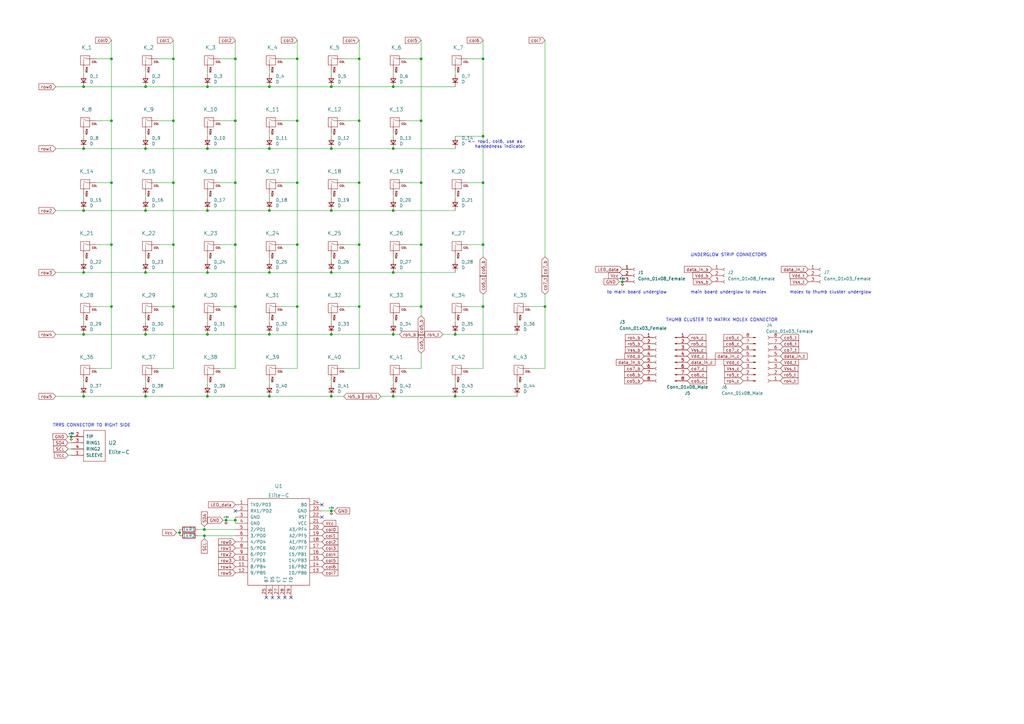
<source format=kicad_sch>
(kicad_sch (version 20211123) (generator eeschema)
  (paper "A3")
  (junction (at 135.89 35.56))
  (junction (at 161.29 60.96))
  (junction (at 147.32 49.53))
  (junction (at 92.71 213.36))
  (junction (at 198.12 24.13))
  (junction (at 59.69 111.76))
  (junction (at 161.29 137.16))
  (junction (at 161.29 35.56))
  (junction (at 85.09 111.76))
  (junction (at 59.69 35.56))
  (junction (at 83.82 219.71))
  (junction (at 96.52 125.73))
  (junction (at 96.52 49.53))
  (junction (at 110.49 111.76))
  (junction (at 96.52 213.36))
  (junction (at 186.69 162.56))
  (junction (at 135.89 162.56))
  (junction (at 83.82 217.17))
  (junction (at 161.29 162.56))
  (junction (at 85.09 86.36))
  (junction (at 121.92 49.53))
  (junction (at 45.72 74.93))
  (junction (at 110.49 35.56))
  (junction (at 161.29 86.36))
  (junction (at 135.89 209.55))
  (junction (at 45.72 125.73))
  (junction (at 71.12 49.53))
  (junction (at 85.09 35.56))
  (junction (at 198.12 55.88))
  (junction (at 121.92 100.33))
  (junction (at 198.12 100.33))
  (junction (at 59.69 86.36))
  (junction (at 186.69 137.16))
  (junction (at 29.21 179.07))
  (junction (at 147.32 125.73))
  (junction (at 110.49 137.16))
  (junction (at 34.29 111.76))
  (junction (at 96.52 74.93))
  (junction (at 45.72 24.13))
  (junction (at 71.12 24.13))
  (junction (at 85.09 60.96))
  (junction (at 223.52 125.73))
  (junction (at 135.89 111.76))
  (junction (at 45.72 49.53))
  (junction (at 45.72 100.33))
  (junction (at 135.89 86.36))
  (junction (at 110.49 86.36))
  (junction (at 135.89 60.96))
  (junction (at 85.09 162.56))
  (junction (at 85.09 137.16))
  (junction (at 34.29 137.16))
  (junction (at 172.72 74.93))
  (junction (at 34.29 162.56))
  (junction (at 59.69 162.56))
  (junction (at 198.12 125.73))
  (junction (at 172.72 24.13))
  (junction (at 96.52 24.13))
  (junction (at 147.32 74.93))
  (junction (at 172.72 49.53))
  (junction (at 71.12 74.93))
  (junction (at 59.69 137.16))
  (junction (at 34.29 60.96))
  (junction (at 147.32 24.13))
  (junction (at 110.49 162.56))
  (junction (at 73.66 218.44))
  (junction (at 135.89 137.16))
  (junction (at 121.92 74.93))
  (junction (at 161.29 111.76))
  (junction (at 34.29 86.36))
  (junction (at 172.72 100.33))
  (junction (at 147.32 100.33))
  (junction (at 198.12 74.93))
  (junction (at 121.92 24.13))
  (junction (at 121.92 125.73))
  (junction (at 96.52 100.33))
  (junction (at 255.27 115.57))
  (junction (at 34.29 35.56))
  (junction (at 71.12 100.33))
  (junction (at 71.12 125.73))
  (junction (at 172.72 125.73))
  (junction (at 59.69 60.96))
  (junction (at 110.49 60.96))
  (no_connect (at 109.22 245.11))
  (no_connect (at 111.76 245.11))
  (no_connect (at 114.3 245.11))
  (no_connect (at 116.84 245.11))
  (no_connect (at 119.38 245.11))
  (no_connect (at 132.08 207.01))
  (no_connect (at 132.08 212.09))
  (no_connect (at 96.52 209.55))
  (wire (pts (xy 59.69 156.21) (xy 59.69 157.48)))
  (wire (pts (xy 64.77 151.13) (xy 71.12 151.13)))
  (wire (pts (xy 59.69 80.01) (xy 59.69 81.28)))
  (wire (pts (xy 34.29 80.01) (xy 34.29 81.28)))
  (wire (pts (xy 71.12 151.13) (xy 71.12 125.73)))
  (wire (pts (xy 71.12 100.33) (xy 71.12 74.93)))
  (wire (pts (xy 147.32 125.73) (xy 147.32 100.33)))
  (wire (pts (xy 166.37 125.73) (xy 172.72 125.73)))
  (wire (pts (xy 161.29 86.36) (xy 186.69 86.36)))
  (wire (pts (xy 59.69 54.61) (xy 59.69 55.88)))
  (wire (pts (xy 198.12 16.51) (xy 198.12 24.13)))
  (wire (pts (xy 110.49 54.61) (xy 110.49 55.88)))
  (wire (pts (xy 96.52 100.33) (xy 96.52 74.93)))
  (wire (pts (xy 186.69 80.01) (xy 186.69 81.28)))
  (wire (pts (xy 161.29 80.01) (xy 161.29 81.28)))
  (wire (pts (xy 45.72 16.51) (xy 45.72 24.13)))
  (wire (pts (xy 161.29 35.56) (xy 186.69 35.56)))
  (wire (pts (xy 166.37 49.53) (xy 172.72 49.53)))
  (wire (pts (xy 198.12 100.33) (xy 198.12 105.41)))
  (wire (pts (xy 147.32 100.33) (xy 147.32 74.93)))
  (wire (pts (xy 198.12 120.65) (xy 198.12 125.73)))
  (wire (pts (xy 161.29 130.81) (xy 161.29 132.08)))
  (wire (pts (xy 90.17 49.53) (xy 96.52 49.53)))
  (wire (pts (xy 83.82 219.71) (xy 83.82 220.98)))
  (wire (pts (xy 72.39 218.44) (xy 73.66 218.44)))
  (wire (pts (xy 140.97 100.33) (xy 147.32 100.33)))
  (wire (pts (xy 34.29 130.81) (xy 34.29 132.08)))
  (wire (pts (xy 39.37 100.33) (xy 45.72 100.33)))
  (wire (pts (xy 64.77 100.33) (xy 71.12 100.33)))
  (wire (pts (xy 161.29 111.76) (xy 186.69 111.76)))
  (wire (pts (xy 27.94 181.61) (xy 29.21 181.61)))
  (wire (pts (xy 135.89 86.36) (xy 161.29 86.36)))
  (wire (pts (xy 115.57 24.13) (xy 121.92 24.13)))
  (wire (pts (xy 163.83 137.16) (xy 161.29 137.16)))
  (wire (pts (xy 71.12 24.13) (xy 71.12 49.53)))
  (wire (pts (xy 223.52 151.13) (xy 223.52 125.73)))
  (wire (pts (xy 83.82 217.17) (xy 96.52 217.17)))
  (wire (pts (xy 85.09 35.56) (xy 110.49 35.56)))
  (wire (pts (xy 90.17 100.33) (xy 96.52 100.33)))
  (wire (pts (xy 45.72 151.13) (xy 45.72 125.73)))
  (wire (pts (xy 186.69 130.81) (xy 186.69 132.08)))
  (wire (pts (xy 59.69 86.36) (xy 85.09 86.36)))
  (wire (pts (xy 140.97 49.53) (xy 147.32 49.53)))
  (wire (pts (xy 85.09 80.01) (xy 85.09 81.28)))
  (wire (pts (xy 115.57 74.93) (xy 121.92 74.93)))
  (wire (pts (xy 135.89 29.21) (xy 135.89 30.48)))
  (wire (pts (xy 161.29 54.61) (xy 161.29 55.88)))
  (wire (pts (xy 110.49 60.96) (xy 135.89 60.96)))
  (wire (pts (xy 96.52 213.36) (xy 96.52 214.63)))
  (wire (pts (xy 110.49 111.76) (xy 135.89 111.76)))
  (wire (pts (xy 71.12 74.93) (xy 71.12 49.53)))
  (wire (pts (xy 110.49 29.21) (xy 110.49 30.48)))
  (wire (pts (xy 161.29 162.56) (xy 186.69 162.56)))
  (wire (pts (xy 81.28 217.17) (xy 83.82 217.17)))
  (wire (pts (xy 34.29 162.56) (xy 59.69 162.56)))
  (wire (pts (xy 217.17 151.13) (xy 223.52 151.13)))
  (wire (pts (xy 172.72 100.33) (xy 172.72 74.93)))
  (wire (pts (xy 92.71 213.36) (xy 96.52 213.36)))
  (wire (pts (xy 172.72 100.33) (xy 172.72 125.73)))
  (wire (pts (xy 161.29 156.21) (xy 161.29 157.48)))
  (wire (pts (xy 135.89 111.76) (xy 161.29 111.76)))
  (wire (pts (xy 121.92 16.51) (xy 121.92 24.13)))
  (wire (pts (xy 147.32 151.13) (xy 147.32 125.73)))
  (wire (pts (xy 186.69 105.41) (xy 186.69 106.68)))
  (wire (pts (xy 147.32 24.13) (xy 147.32 49.53)))
  (wire (pts (xy 166.37 24.13) (xy 172.72 24.13)))
  (wire (pts (xy 110.49 137.16) (xy 135.89 137.16)))
  (wire (pts (xy 198.12 151.13) (xy 198.12 125.73)))
  (wire (pts (xy 34.29 35.56) (xy 59.69 35.56)))
  (wire (pts (xy 198.12 24.13) (xy 198.12 55.88)))
  (wire (pts (xy 22.86 137.16) (xy 34.29 137.16)))
  (wire (pts (xy 34.29 137.16) (xy 59.69 137.16)))
  (wire (pts (xy 64.77 24.13) (xy 71.12 24.13)))
  (wire (pts (xy 34.29 60.96) (xy 59.69 60.96)))
  (wire (pts (xy 81.28 219.71) (xy 83.82 219.71)))
  (wire (pts (xy 73.66 218.44) (xy 73.66 219.71)))
  (wire (pts (xy 198.12 100.33) (xy 198.12 74.93)))
  (wire (pts (xy 121.92 125.73) (xy 121.92 100.33)))
  (wire (pts (xy 186.69 137.16) (xy 212.09 137.16)))
  (wire (pts (xy 172.72 16.51) (xy 172.72 24.13)))
  (wire (pts (xy 115.57 100.33) (xy 121.92 100.33)))
  (wire (pts (xy 135.89 80.01) (xy 135.89 81.28)))
  (wire (pts (xy 39.37 24.13) (xy 45.72 24.13)))
  (wire (pts (xy 39.37 151.13) (xy 45.72 151.13)))
  (wire (pts (xy 59.69 60.96) (xy 85.09 60.96)))
  (wire (pts (xy 85.09 130.81) (xy 85.09 132.08)))
  (wire (pts (xy 34.29 54.61) (xy 34.29 55.88)))
  (wire (pts (xy 110.49 86.36) (xy 135.89 86.36)))
  (wire (pts (xy 140.97 125.73) (xy 147.32 125.73)))
  (wire (pts (xy 115.57 49.53) (xy 121.92 49.53)))
  (wire (pts (xy 217.17 125.73) (xy 223.52 125.73)))
  (wire (pts (xy 64.77 49.53) (xy 71.12 49.53)))
  (wire (pts (xy 212.09 156.21) (xy 212.09 157.48)))
  (wire (pts (xy 172.72 144.78) (xy 172.72 151.13)))
  (wire (pts (xy 172.72 74.93) (xy 172.72 49.53)))
  (wire (pts (xy 191.77 74.93) (xy 198.12 74.93)))
  (wire (pts (xy 85.09 111.76) (xy 110.49 111.76)))
  (wire (pts (xy 39.37 49.53) (xy 45.72 49.53)))
  (wire (pts (xy 140.97 151.13) (xy 147.32 151.13)))
  (wire (pts (xy 191.77 100.33) (xy 198.12 100.33)))
  (wire (pts (xy 27.94 179.07) (xy 29.21 179.07)))
  (wire (pts (xy 85.09 29.21) (xy 85.09 30.48)))
  (wire (pts (xy 135.89 105.41) (xy 135.89 106.68)))
  (wire (pts (xy 27.94 186.69) (xy 29.21 186.69)))
  (wire (pts (xy 45.72 100.33) (xy 45.72 74.93)))
  (wire (pts (xy 39.37 74.93) (xy 45.72 74.93)))
  (wire (pts (xy 135.89 137.16) (xy 161.29 137.16)))
  (wire (pts (xy 172.72 24.13) (xy 172.72 49.53)))
  (wire (pts (xy 137.16 209.55) (xy 135.89 209.55)))
  (wire (pts (xy 110.49 35.56) (xy 135.89 35.56)))
  (wire (pts (xy 166.37 74.93) (xy 172.72 74.93)))
  (wire (pts (xy 254 115.57) (xy 255.27 115.57)))
  (wire (pts (xy 83.82 215.9) (xy 83.82 217.17)))
  (wire (pts (xy 85.09 162.56) (xy 110.49 162.56)))
  (wire (pts (xy 96.52 74.93) (xy 96.52 49.53)))
  (wire (pts (xy 90.17 74.93) (xy 96.52 74.93)))
  (wire (pts (xy 22.86 162.56) (xy 34.29 162.56)))
  (wire (pts (xy 166.37 151.13) (xy 172.72 151.13)))
  (wire (pts (xy 22.86 86.36) (xy 34.29 86.36)))
  (wire (pts (xy 96.52 212.09) (xy 96.52 213.36)))
  (wire (pts (xy 132.08 209.55) (xy 135.89 209.55)))
  (wire (pts (xy 121.92 100.33) (xy 121.92 74.93)))
  (wire (pts (xy 115.57 151.13) (xy 121.92 151.13)))
  (wire (pts (xy 135.89 156.21) (xy 135.89 157.48)))
  (wire (pts (xy 115.57 125.73) (xy 121.92 125.73)))
  (wire (pts (xy 172.72 125.73) (xy 172.72 129.54)))
  (wire (pts (xy 212.09 130.81) (xy 212.09 132.08)))
  (wire (pts (xy 96.52 125.73) (xy 96.52 100.33)))
  (wire (pts (xy 140.97 24.13) (xy 147.32 24.13)))
  (wire (pts (xy 27.94 184.15) (xy 29.21 184.15)))
  (wire (pts (xy 22.86 111.76) (xy 34.29 111.76)))
  (wire (pts (xy 71.12 125.73) (xy 71.12 100.33)))
  (wire (pts (xy 186.69 55.88) (xy 198.12 55.88)))
  (wire (pts (xy 45.72 125.73) (xy 45.72 100.33)))
  (wire (pts (xy 91.44 213.36) (xy 92.71 213.36)))
  (wire (pts (xy 59.69 105.41) (xy 59.69 106.68)))
  (wire (pts (xy 121.92 24.13) (xy 121.92 49.53)))
  (wire (pts (xy 83.82 219.71) (xy 96.52 219.71)))
  (wire (pts (xy 90.17 151.13) (xy 96.52 151.13)))
  (wire (pts (xy 121.92 74.93) (xy 121.92 49.53)))
  (wire (pts (xy 85.09 86.36) (xy 110.49 86.36)))
  (wire (pts (xy 64.77 125.73) (xy 71.12 125.73)))
  (wire (pts (xy 135.89 130.81) (xy 135.89 132.08)))
  (wire (pts (xy 90.17 24.13) (xy 96.52 24.13)))
  (wire (pts (xy 223.52 16.51) (xy 223.52 105.41)))
  (wire (pts (xy 90.17 125.73) (xy 96.52 125.73)))
  (wire (pts (xy 34.29 29.21) (xy 34.29 30.48)))
  (wire (pts (xy 85.09 137.16) (xy 110.49 137.16)))
  (wire (pts (xy 96.52 24.13) (xy 96.52 49.53)))
  (wire (pts (xy 45.72 74.93) (xy 45.72 49.53)))
  (wire (pts (xy 191.77 125.73) (xy 198.12 125.73)))
  (wire (pts (xy 147.32 74.93) (xy 147.32 49.53)))
  (wire (pts (xy 64.77 74.93) (xy 71.12 74.93)))
  (wire (pts (xy 121.92 151.13) (xy 121.92 125.73)))
  (wire (pts (xy 59.69 162.56) (xy 85.09 162.56)))
  (wire (pts (xy 34.29 111.76) (xy 59.69 111.76)))
  (wire (pts (xy 147.32 16.51) (xy 147.32 24.13)))
  (wire (pts (xy 140.97 74.93) (xy 147.32 74.93)))
  (wire (pts (xy 73.66 217.17) (xy 73.66 218.44)))
  (wire (pts (xy 110.49 105.41) (xy 110.49 106.68)))
  (wire (pts (xy 34.29 105.41) (xy 34.29 106.68)))
  (wire (pts (xy 85.09 156.21) (xy 85.09 157.48)))
  (wire (pts (xy 96.52 151.13) (xy 96.52 125.73)))
  (wire (pts (xy 85.09 60.96) (xy 110.49 60.96)))
  (wire (pts (xy 39.37 125.73) (xy 45.72 125.73)))
  (wire (pts (xy 96.52 16.51) (xy 96.52 24.13)))
  (wire (pts (xy 110.49 156.21) (xy 110.49 157.48)))
  (wire (pts (xy 161.29 105.41) (xy 161.29 106.68)))
  (wire (pts (xy 135.89 162.56) (xy 140.97 162.56)))
  (wire (pts (xy 85.09 105.41) (xy 85.09 106.68)))
  (wire (pts (xy 166.37 100.33) (xy 172.72 100.33)))
  (wire (pts (xy 191.77 24.13) (xy 198.12 24.13)))
  (wire (pts (xy 186.69 29.21) (xy 186.69 30.48)))
  (wire (pts (xy 186.69 156.21) (xy 186.69 157.48)))
  (wire (pts (xy 135.89 54.61) (xy 135.89 55.88)))
  (wire (pts (xy 110.49 162.56) (xy 135.89 162.56)))
  (wire (pts (xy 59.69 111.76) (xy 85.09 111.76)))
  (wire (pts (xy 85.09 54.61) (xy 85.09 55.88)))
  (wire (pts (xy 34.29 156.21) (xy 34.29 157.48)))
  (wire (pts (xy 22.86 35.56) (xy 34.29 35.56)))
  (wire (pts (xy 110.49 80.01) (xy 110.49 81.28)))
  (wire (pts (xy 59.69 29.21) (xy 59.69 30.48)))
  (wire (pts (xy 110.49 130.81) (xy 110.49 132.08)))
  (wire (pts (xy 59.69 35.56) (xy 85.09 35.56)))
  (wire (pts (xy 135.89 60.96) (xy 161.29 60.96)))
  (wire (pts (xy 223.52 120.65) (xy 223.52 125.73)))
  (wire (pts (xy 59.69 137.16) (xy 85.09 137.16)))
  (wire (pts (xy 135.89 35.56) (xy 161.29 35.56)))
  (wire (pts (xy 198.12 55.88) (xy 198.12 74.93)))
  (wire (pts (xy 156.21 162.56) (xy 161.29 162.56)))
  (wire (pts (xy 59.69 130.81) (xy 59.69 132.08)))
  (wire (pts (xy 181.61 137.16) (xy 186.69 137.16)))
  (wire (pts (xy 22.86 60.96) (xy 34.29 60.96)))
  (wire (pts (xy 34.29 86.36) (xy 59.69 86.36)))
  (wire (pts (xy 186.69 162.56) (xy 212.09 162.56)))
  (wire (pts (xy 191.77 151.13) (xy 198.12 151.13)))
  (wire (pts (xy 161.29 29.21) (xy 161.29 30.48)))
  (wire (pts (xy 45.72 24.13) (xy 45.72 49.53)))
  (wire (pts (xy 71.12 16.51) (xy 71.12 24.13)))
  (wire (pts (xy 161.29 60.96) (xy 186.69 60.96)))
  (text "to main board underglow" (at 248.92 120.65 0) (effects (font (size 1.27 1.27)) (justify left bottom)))
  (text "molex to thumb cluster underglow" (at 323.85 120.65 0) (effects (font (size 1.27 1.27)) (justify left bottom)))
  (text "<- row1, col6, use as \n   handedness indicator" (at 191.77 60.96 0) (effects (font (size 1.27 1.27)) (justify left bottom)))
  (text "THUMB CLUSTER TO MATRIX MOLEX CONNECTOR" (at 273.05 132.08 0) (effects (font (size 1.27 1.27)) (justify left bottom)))
  (text "TRRS CONNECTOR TO RIGHT SIDE\n" (at 21.59 175.26 0) (effects (font (size 1.27 1.27)) (justify left bottom)))
  (text "UNDERGLOW STRIP CONNECTORS" (at 283.21 105.41 0) (effects (font (size 1.27 1.27)) (justify left bottom)))
  (text "main board underglow to molex" (at 283.21 120.65 0) (effects (font (size 1.27 1.27)) (justify left bottom)))
  (global_label "ro4_t" (shape input) (at 181.61 137.16 180) (property "Intersheet References" "${INTERSHEET_REFS}" (effects hide)))
  (global_label "LED_data" (shape input) (at 96.52 207.01 180) (property "Intersheet References" "${INTERSHEET_REFS}" (effects hide)))
  (global_label "Vdd_t" (shape input) (at 320.04 148.59 0) (property "Intersheet References" "${INTERSHEET_REFS}" (effects hide)))
  (global_label "co5_c" (shape input) (at 304.8 138.43 180) (property "Intersheet References" "${INTERSHEET_REFS}" (effects hide)))
  (global_label "col3" (shape input) (at 132.08 224.79 0) (property "Intersheet References" "${INTERSHEET_REFS}" (effects hide)))
  (global_label "ro5_b" (shape input) (at 140.97 162.56 0) (property "Intersheet References" "${INTERSHEET_REFS}" (effects hide)))
  (global_label "co6_t" (shape input) (at 320.04 140.97 0) (property "Intersheet References" "${INTERSHEET_REFS}" (effects hide)))
  (global_label "co7_t" (shape input) (at 223.52 120.65 90) (property "Intersheet References" "${INTERSHEET_REFS}" (effects hide)))
  (global_label "co7_t" (shape input) (at 320.04 143.51 0) (property "Intersheet References" "${INTERSHEET_REFS}" (effects hide)))
  (global_label "Vcc" (shape input) (at 27.94 186.69 180) (property "Intersheet References" "${INTERSHEET_REFS}" (effects hide)))
  (global_label "LED_data" (shape input) (at 255.27 110.49 180) (property "Intersheet References" "${INTERSHEET_REFS}" (effects hide)))
  (global_label "Vdd_b" (shape input) (at 264.16 146.05 180) (property "Intersheet References" "${INTERSHEET_REFS}" (effects hide)))
  (global_label "Vcc" (shape input) (at 72.39 218.44 180) (property "Intersheet References" "${INTERSHEET_REFS}" (effects hide)))
  (global_label "col4" (shape input) (at 132.08 227.33 0) (property "Intersheet References" "${INTERSHEET_REFS}" (effects hide)))
  (global_label "co7_b" (shape input) (at 264.16 151.13 180) (property "Intersheet References" "${INTERSHEET_REFS}" (effects hide)))
  (global_label "col6" (shape input) (at 198.12 16.51 180) (property "Intersheet References" "${INTERSHEET_REFS}" (effects hide)))
  (global_label "co5_t" (shape input) (at 320.04 138.43 0) (property "Intersheet References" "${INTERSHEET_REFS}" (effects hide)))
  (global_label "row3" (shape input) (at 96.52 229.87 180) (property "Intersheet References" "${INTERSHEET_REFS}" (effects hide)))
  (global_label "Vss_c" (shape input) (at 281.94 143.51 0) (property "Intersheet References" "${INTERSHEET_REFS}" (effects hide)))
  (global_label "GND" (shape input) (at 27.94 179.07 180) (property "Intersheet References" "${INTERSHEET_REFS}" (effects hide)))
  (global_label "ro4_b" (shape input) (at 264.16 138.43 180) (property "Intersheet References" "${INTERSHEET_REFS}" (effects hide)))
  (global_label "Vcc" (shape input) (at 132.08 214.63 0) (property "Intersheet References" "${INTERSHEET_REFS}" (effects hide)))
  (global_label "Vdd_c" (shape input) (at 281.94 146.05 0) (property "Intersheet References" "${INTERSHEET_REFS}" (effects hide)))
  (global_label "Vdd_b" (shape input) (at 292.1 113.03 180) (property "Intersheet References" "${INTERSHEET_REFS}" (effects hide)))
  (global_label "ro4_b" (shape input) (at 163.83 137.16 0) (property "Intersheet References" "${INTERSHEET_REFS}" (effects hide)))
  (global_label "co5_c" (shape input) (at 281.94 156.21 0) (property "Intersheet References" "${INTERSHEET_REFS}" (effects hide)))
  (global_label "ro5_c" (shape input) (at 304.8 153.67 180) (property "Intersheet References" "${INTERSHEET_REFS}" (effects hide)))
  (global_label "ro4_c" (shape input) (at 281.94 138.43 0) (property "Intersheet References" "${INTERSHEET_REFS}" (effects hide)))
  (global_label "co7_c" (shape input) (at 281.94 151.13 0) (property "Intersheet References" "${INTERSHEET_REFS}" (effects hide)))
  (global_label "row2" (shape input) (at 96.52 227.33 180) (property "Intersheet References" "${INTERSHEET_REFS}" (effects hide)))
  (global_label "Vss_b" (shape input) (at 292.1 115.57 180) (property "Intersheet References" "${INTERSHEET_REFS}" (effects hide)))
  (global_label "col7" (shape input) (at 132.08 234.95 0) (property "Intersheet References" "${INTERSHEET_REFS}" (effects hide)))
  (global_label "co6_b" (shape input) (at 198.12 105.41 270) (property "Intersheet References" "${INTERSHEET_REFS}" (effects hide)))
  (global_label "col0" (shape input) (at 132.08 217.17 0) (property "Intersheet References" "${INTERSHEET_REFS}" (effects hide)))
  (global_label "ro5_t" (shape input) (at 156.21 162.56 180) (property "Intersheet References" "${INTERSHEET_REFS}" (effects hide)))
  (global_label "col5" (shape input) (at 172.72 16.51 180) (property "Intersheet References" "${INTERSHEET_REFS}" (effects hide)))
  (global_label "SDA" (shape input) (at 83.82 215.9 90) (property "Intersheet References" "${INTERSHEET_REFS}" (effects hide)))
  (global_label "row0" (shape input) (at 22.86 35.56 180) (property "Intersheet References" "${INTERSHEET_REFS}" (effects hide)))
  (global_label "co5_b" (shape input) (at 172.72 129.54 270) (property "Intersheet References" "${INTERSHEET_REFS}" (effects hide)))
  (global_label "SDA" (shape input) (at 27.94 181.61 180) (property "Intersheet References" "${INTERSHEET_REFS}" (effects hide)))
  (global_label "Vss_b" (shape input) (at 264.16 143.51 180) (property "Intersheet References" "${INTERSHEET_REFS}" (effects hide)))
  (global_label "col6" (shape input) (at 132.08 232.41 0) (property "Intersheet References" "${INTERSHEET_REFS}" (effects hide)))
  (global_label "col7" (shape input) (at 223.52 16.51 180) (property "Intersheet References" "${INTERSHEET_REFS}" (effects hide)))
  (global_label "Vss_t" (shape input) (at 331.47 115.57 180) (property "Intersheet References" "${INTERSHEET_REFS}" (effects hide)))
  (global_label "data_in_t" (shape input) (at 320.04 146.05 0) (property "Intersheet References" "${INTERSHEET_REFS}" (effects hide)))
  (global_label "row1" (shape input) (at 22.86 60.96 180) (property "Intersheet References" "${INTERSHEET_REFS}" (effects hide)))
  (global_label "col0" (shape input) (at 45.72 16.51 180) (property "Intersheet References" "${INTERSHEET_REFS}" (effects hide)))
  (global_label "co6_c" (shape input) (at 304.8 140.97 180) (property "Intersheet References" "${INTERSHEET_REFS}" (effects hide)))
  (global_label "ro5_c" (shape input) (at 281.94 140.97 0) (property "Intersheet References" "${INTERSHEET_REFS}" (effects hide)))
  (global_label "data_in_b" (shape input) (at 292.1 110.49 180) (property "Intersheet References" "${INTERSHEET_REFS}" (effects hide)))
  (global_label "co6_t" (shape input) (at 198.12 120.65 90) (property "Intersheet References" "${INTERSHEET_REFS}" (effects hide)))
  (global_label "row1" (shape input) (at 96.52 224.79 180) (property "Intersheet References" "${INTERSHEET_REFS}" (effects hide)))
  (global_label "co6_b" (shape input) (at 264.16 153.67 180) (property "Intersheet References" "${INTERSHEET_REFS}" (effects hide)))
  (global_label "row5" (shape input) (at 96.52 234.95 180) (property "Intersheet References" "${INTERSHEET_REFS}" (effects hide)))
  (global_label "GND" (shape input) (at 137.16 209.55 0) (property "Intersheet References" "${INTERSHEET_REFS}" (effects hide)))
  (global_label "col4" (shape input) (at 147.32 16.51 180) (property "Intersheet References" "${INTERSHEET_REFS}" (effects hide)))
  (global_label "Vcc" (shape input) (at 255.27 113.03 180) (property "Intersheet References" "${INTERSHEET_REFS}" (effects hide)))
  (global_label "col2" (shape input) (at 132.08 222.25 0) (property "Intersheet References" "${INTERSHEET_REFS}" (effects hide)))
  (global_label "data_in_c" (shape input) (at 281.94 148.59 0) (property "Intersheet References" "${INTERSHEET_REFS}" (effects hide)))
  (global_label "co6_c" (shape input) (at 281.94 153.67 0) (property "Intersheet References" "${INTERSHEET_REFS}" (effects hide)))
  (global_label "ro4_t" (shape input) (at 320.04 156.21 0) (property "Intersheet References" "${INTERSHEET_REFS}" (effects hide)))
  (global_label "co5_b" (shape input) (at 264.16 156.21 180) (property "Intersheet References" "${INTERSHEET_REFS}" (effects hide)))
  (global_label "ro4_c" (shape input) (at 304.8 156.21 180) (property "Intersheet References" "${INTERSHEET_REFS}" (effects hide)))
  (global_label "Vss_t" (shape input) (at 320.04 151.13 0) (property "Intersheet References" "${INTERSHEET_REFS}" (effects hide)))
  (global_label "Vdd_t" (shape input) (at 331.47 113.03 180) (property "Intersheet References" "${INTERSHEET_REFS}" (effects hide)))
  (global_label "data_in_t" (shape input) (at 331.47 110.49 180) (property "Intersheet References" "${INTERSHEET_REFS}" (effects hide)))
  (global_label "row0" (shape input) (at 96.52 222.25 180) (property "Intersheet References" "${INTERSHEET_REFS}" (effects hide)))
  (global_label "row2" (shape input) (at 22.86 86.36 180) (property "Intersheet References" "${INTERSHEET_REFS}" (effects hide)))
  (global_label "row4" (shape input) (at 22.86 137.16 180) (property "Intersheet References" "${INTERSHEET_REFS}" (effects hide)))
  (global_label "GND" (shape input) (at 91.44 213.36 180) (property "Intersheet References" "${INTERSHEET_REFS}" (effects hide)))
  (global_label "col3" (shape input) (at 121.92 16.51 180) (property "Intersheet References" "${INTERSHEET_REFS}" (effects hide)))
  (global_label "co5_t" (shape input) (at 172.72 144.78 90) (property "Intersheet References" "${INTERSHEET_REFS}" (effects hide)))
  (global_label "data_in_b" (shape input) (at 264.16 148.59 180) (property "Intersheet References" "${INTERSHEET_REFS}" (effects hide)))
  (global_label "col5" (shape input) (at 132.08 229.87 0) (property "Intersheet References" "${INTERSHEET_REFS}" (effects hide)))
  (global_label "data_in_c" (shape input) (at 304.8 146.05 180) (property "Intersheet References" "${INTERSHEET_REFS}" (effects hide)))
  (global_label "co7_b" (shape input) (at 223.52 105.41 270) (property "Intersheet References" "${INTERSHEET_REFS}" (effects hide)))
  (global_label "SCL" (shape input) (at 83.82 220.98 270) (property "Intersheet References" "${INTERSHEET_REFS}" (effects hide)))
  (global_label "col2" (shape input) (at 96.52 16.51 180) (property "Intersheet References" "${INTERSHEET_REFS}" (effects hide)))
  (global_label "col1" (shape input) (at 132.08 219.71 0) (property "Intersheet References" "${INTERSHEET_REFS}" (effects hide)))
  (global_label "row5" (shape input) (at 22.86 162.56 180) (property "Intersheet References" "${INTERSHEET_REFS}" (effects hide)))
  (global_label "ro5_b" (shape input) (at 264.16 140.97 180) (property "Intersheet References" "${INTERSHEET_REFS}" (effects hide)))
  (global_label "row4" (shape input) (at 96.52 232.41 180) (property "Intersheet References" "${INTERSHEET_REFS}" (effects hide)))
  (global_label "row3" (shape input) (at 22.86 111.76 180) (property "Intersheet References" "${INTERSHEET_REFS}" (effects hide)))
  (global_label "Vss_c" (shape input) (at 304.8 151.13 180) (property "Intersheet References" "${INTERSHEET_REFS}" (effects hide)))
  (global_label "GND" (shape input) (at 254 115.57 180) (property "Intersheet References" "${INTERSHEET_REFS}" (effects hide)))
  (global_label "co7_c" (shape input) (at 304.8 143.51 180) (property "Intersheet References" "${INTERSHEET_REFS}" (effects hide)))
  (global_label "col1" (shape input) (at 71.12 16.51 180) (property "Intersheet References" "${INTERSHEET_REFS}" (effects hide)))
  (global_label "SCL" (shape input) (at 27.94 184.15 180) (property "Intersheet References" "${INTERSHEET_REFS}" (effects hide)))
  (global_label "ro5_t" (shape input) (at 320.04 153.67 0) (property "Intersheet References" "${INTERSHEET_REFS}" (effects hide)))
  (global_label "Vdd_c" (shape input) (at 304.8 148.59 180) (property "Intersheet References" "${INTERSHEET_REFS}" (effects hide)))
  (symbol (lib_id "MX_Alps_Hybrid:MX-NoLED") (at 35.56 152.4 0) (unit 1)
    (property "Reference" "K_36" (at 35.56 146.4818 0) (effects (font (size 1.524 1.524))))
    (property "Value" "KEYSW" (effects hide))
    (property "Footprint" "MX_Only:MXOnly-1U-Hotswap" (effects hide))
  )
  (symbol (lib_id "Device:D_Small") (at 186.69 33.02 90) (unit 1)
    (property "Reference" "D_7" (at 189.23 31.242 90) (effects (justify right)))
    (property "Value" "D" (at 189.23 33.528 90) (effects (justify right)))
    (property "Footprint" "Diode_SMD:D_SOD-123" (effects hide))
  )
  (symbol (lib_id "Device:D_Small") (at 186.69 109.22 90) (unit 1)
    (property "Reference" "D_28" (at 189.23 107.442 90) (effects (justify right)))
    (property "Value" "D" (at 189.23 109.728 90) (effects (justify right)))
    (property "Footprint" "Diode_SMD:D_SOD-123" (effects hide))
  )
  (symbol (lib_id "Device:D_Small") (at 59.69 109.22 90) (unit 1)
    (property "Reference" "D_23" (at 62.23 107.442 90) (effects (justify right)))
    (property "Value" "D" (at 62.23 109.728 90) (effects (justify right)))
    (property "Footprint" "Diode_SMD:D_SOD-123" (effects hide))
  )
  (symbol (lib_id "Device:D_Small") (at 59.69 33.02 90) (unit 1)
    (property "Reference" "D_2" (at 62.23 31.242 90) (effects (justify right)))
    (property "Value" "D" (at 62.23 33.528 90) (effects (justify right)))
    (property "Footprint" "Diode_SMD:D_SOD-123" (effects hide))
  )
  (symbol (lib_id "Device:D_Small") (at 212.09 134.62 90) (unit 1)
    (property "Reference" "D_36" (at 214.63 132.842 90) (effects (justify right)))
    (property "Value" "D" (at 214.63 135.128 90) (effects (justify right)))
    (property "Footprint" "Diode_SMD:D_SOD-123" (effects hide))
  )
  (symbol (lib_id "keebio:TRRS") (at 38.1 189.23 0) (unit 1)
    (property "Reference" "U2" (at 44.45 181.61 0) (effects (font (size 1.524 1.524)) (justify left)))
    (property "Value" "Elite-C" (at 44.45 185.42 0) (effects (font (size 1.524 1.524)) (justify left)))
    (property "Footprint" "Keebio-Parts:Elite-C" (effects hide))
  )
  (symbol (lib_id "Connector:Conn_01x08_Male") (at 276.86 146.05 0) (unit 1)
    (property "Reference" "J5" (at 281.94 161.29 0))
    (property "Value" "Conn_01x08_Male" (at 281.94 158.75 0))
  )
  (symbol (lib_id "Device:D_Small") (at 135.89 58.42 90) (unit 1)
    (property "Reference" "D_12" (at 138.43 56.642 90) (effects (justify right)))
    (property "Value" "D" (at 138.43 58.928 90) (effects (justify right)))
    (property "Footprint" "Diode_SMD:D_SOD-123" (effects hide))
  )
  (symbol (lib_id "Device:D_Small") (at 110.49 134.62 90) (unit 1)
    (property "Reference" "D_32" (at 113.03 132.842 90) (effects (justify right)))
    (property "Value" "D" (at 113.03 135.128 90) (effects (justify right)))
    (property "Footprint" "Diode_SMD:D_SOD-123" (effects hide))
  )
  (symbol (lib_id "MX_Alps_Hybrid:MX-NoLED") (at 137.16 25.4 0) (unit 1)
    (property "Reference" "K_5" (at 137.16 19.4818 0) (effects (font (size 1.524 1.524))))
    (property "Value" "KEYSW" (effects hide))
    (property "Footprint" "MX_Only:MXOnly-1U-Hotswap" (effects hide))
  )
  (symbol (lib_id "MX_Alps_Hybrid:MX-NoLED") (at 137.16 76.2 0) (unit 1)
    (property "Reference" "K_18" (at 137.16 70.2818 0) (effects (font (size 1.524 1.524))))
    (property "Value" "KEYSW" (effects hide))
    (property "Footprint" "MX_Only:MXOnly-1.5U-Hotswap" (effects hide))
  )
  (symbol (lib_id "Device:D_Small") (at 85.09 83.82 90) (unit 1)
    (property "Reference" "D_17" (at 87.63 82.042 90) (effects (justify right)))
    (property "Value" "D" (at 87.63 84.328 90) (effects (justify right)))
    (property "Footprint" "Diode_SMD:D_SOD-123" (effects hide))
  )
  (symbol (lib_id "MX_Alps_Hybrid:MX-NoLED") (at 35.56 50.8 0) (unit 1)
    (property "Reference" "K_8" (at 35.56 44.8818 0) (effects (font (size 1.524 1.524))))
    (property "Value" "KEYSW" (effects hide))
    (property "Footprint" "MX_Only:MXOnly-1U-Hotswap" (effects hide))
  )
  (symbol (lib_id "MX_Alps_Hybrid:MX-NoLED") (at 60.96 152.4 0) (unit 1)
    (property "Reference" "K_37" (at 60.96 146.4818 0) (effects (font (size 1.524 1.524))))
    (property "Value" "KEYSW" (effects hide))
    (property "Footprint" "MX_Only:MXOnly-1U-Hotswap" (effects hide))
  )
  (symbol (lib_id "Device:D_Small") (at 34.29 109.22 90) (unit 1)
    (property "Reference" "D_22" (at 36.83 107.442 90) (effects (justify right)))
    (property "Value" "D" (at 36.83 109.728 90) (effects (justify right)))
    (property "Footprint" "Diode_SMD:D_SOD-123" (effects hide))
  )
  (symbol (lib_id "Device:D_Small") (at 135.89 134.62 90) (unit 1)
    (property "Reference" "D_33" (at 138.43 132.842 90) (effects (justify right)))
    (property "Value" "D" (at 138.43 135.128 90) (effects (justify right)))
    (property "Footprint" "Diode_SMD:D_SOD-123" (effects hide))
  )
  (symbol (lib_id "Device:D_Small") (at 34.29 58.42 90) (unit 1)
    (property "Reference" "D_8" (at 36.83 56.642 90) (effects (justify right)))
    (property "Value" "D" (at 36.83 58.928 90) (effects (justify right)))
    (property "Footprint" "Diode_SMD:D_SOD-123" (effects hide))
  )
  (symbol (lib_id "Device:D_Small") (at 161.29 109.22 90) (unit 1)
    (property "Reference" "D_27" (at 163.83 107.442 90) (effects (justify right)))
    (property "Value" "D" (at 163.83 109.728 90) (effects (justify right)))
    (property "Footprint" "Diode_SMD:D_SOD-123" (effects hide))
  )
  (symbol (lib_id "MX_Alps_Hybrid:MX-NoLED") (at 60.96 25.4 0) (unit 1)
    (property "Reference" "K_2" (at 60.96 19.4818 0) (effects (font (size 1.524 1.524))))
    (property "Value" "KEYSW" (effects hide))
    (property "Footprint" "MX_Only:MXOnly-1U-Hotswap" (effects hide))
  )
  (symbol (lib_id "MX_Alps_Hybrid:MX-NoLED") (at 162.56 50.8 0) (unit 1)
    (property "Reference" "K_13" (at 162.56 44.8818 0) (effects (font (size 1.524 1.524))))
    (property "Value" "KEYSW" (effects hide))
    (property "Footprint" "MX_Only:MXOnly-1U-Hotswap" (effects hide))
  )
  (symbol (lib_id "MX_Alps_Hybrid:MX-NoLED") (at 187.96 101.6 0) (unit 1)
    (property "Reference" "K_27" (at 187.96 95.6818 0) (effects (font (size 1.524 1.524))))
    (property "Value" "KEYSW" (effects hide))
    (property "Footprint" "MX_Only:MXOnly-1U-Hotswap" (effects hide))
  )
  (symbol (lib_id "MX_Alps_Hybrid:MX-NoLED") (at 35.56 76.2 0) (unit 1)
    (property "Reference" "K_14" (at 35.56 70.2818 0) (effects (font (size 1.524 1.524))))
    (property "Value" "KEYSW" (effects hide))
    (property "Footprint" "MX_Only:MXOnly-1U-Hotswap" (effects hide))
  )
  (symbol (lib_id "Device:D_Small") (at 186.69 134.62 90) (unit 1)
    (property "Reference" "D_35" (at 189.23 132.842 90) (effects (justify right)))
    (property "Value" "D" (at 189.23 135.128 90) (effects (justify right)))
    (property "Footprint" "Diode_SMD:D_SOD-123" (effects hide))
  )
  (symbol (lib_id "Device:D_Small") (at 186.69 58.42 90) (unit 1)
    (property "Reference" "D_14" (at 189.23 56.642 90) (effects (justify right)))
    (property "Value" "D" (at 189.23 58.928 90) (effects (justify right)))
    (property "Footprint" "Diode_SMD:D_SOD-123" (effects hide))
  )
  (symbol (lib_id "MX_Alps_Hybrid:MX-NoLED") (at 60.96 50.8 0) (unit 1)
    (property "Reference" "K_9" (at 60.96 44.8818 0) (effects (font (size 1.524 1.524))))
    (property "Value" "KEYSW" (effects hide))
    (property "Footprint" "MX_Only:MXOnly-1U-Hotswap" (effects hide))
  )
  (symbol (lib_id "MX_Alps_Hybrid:MX-NoLED") (at 162.56 127 0) (unit 1)
    (property "Reference" "K_33" (at 162.56 121.0818 0) (effects (font (size 1.524 1.524))))
    (property "Value" "KEYSW" (effects hide))
    (property "Footprint" "MX_Only:MXOnly-1U-Hotswap" (effects hide))
  )
  (symbol (lib_id "MX_Alps_Hybrid:MX-NoLED") (at 111.76 25.4 0) (unit 1)
    (property "Reference" "K_4" (at 111.76 19.4818 0) (effects (font (size 1.524 1.524))))
    (property "Value" "KEYSW" (effects hide))
    (property "Footprint" "MX_Only:MXOnly-1U-Hotswap" (effects hide))
  )
  (symbol (lib_id "Connector:Conn_01x03_Female") (at 297.18 113.03 0) (unit 1)
    (property "Reference" "J2" (at 298.45 111.7599 0) (effects (justify left)))
    (property "Value" "Conn_01x08_Female" (at 298.45 114.2999 0) (effects (justify left)))
    (property "Footprint" "Connector_Molex:Molex_Pico-Clasp_202396-0807_1x08-1MP_P1.00mm_Horizontal" (effects hide))
  )
  (symbol (lib_id "MX_Alps_Hybrid:MX-NoLED") (at 86.36 152.4 0) (unit 1)
    (property "Reference" "K_38" (at 86.36 146.4818 0) (effects (font (size 1.524 1.524))))
    (property "Value" "KEYSW" (effects hide))
    (property "Footprint" "MX_Only:MXOnly-2U-Hotswap" (effects hide))
  )
  (symbol (lib_id "Device:D_Small") (at 34.29 83.82 90) (unit 1)
    (property "Reference" "D_15" (at 36.83 82.042 90) (effects (justify right)))
    (property "Value" "D" (at 36.83 84.328 90) (effects (justify right)))
    (property "Footprint" "Diode_SMD:D_SOD-123" (effects hide))
  )
  (symbol (lib_id "keebio:Elite-C") (at 114.3 220.98 0) (unit 1)
    (property "Reference" "U1" (at 114.3 199.39 0) (effects (font (size 1.524 1.524))))
    (property "Value" "Elite-C" (at 114.3 203.2 0) (effects (font (size 1.524 1.524))))
    (property "Footprint" "Keebio-Parts:Elite-C" (effects hide))
  )
  (symbol (lib_id "Device:D_Small") (at 34.29 134.62 90) (unit 1)
    (property "Reference" "D_29" (at 36.83 132.842 90) (effects (justify right)))
    (property "Value" "D" (at 36.83 135.128 90) (effects (justify right)))
    (property "Footprint" "Diode_SMD:D_SOD-123" (effects hide))
  )
  (symbol (lib_id "MX_Alps_Hybrid:MX-NoLED") (at 162.56 101.6 0) (unit 1)
    (property "Reference" "K_26" (at 162.56 95.6818 0) (effects (font (size 1.524 1.524))))
    (property "Value" "KEYSW" (effects hide))
    (property "Footprint" "MX_Only:MXOnly-1U-Hotswap" (effects hide))
  )
  (symbol (lib_id "MX_Alps_Hybrid:MX-NoLED") (at 86.36 76.2 0) (unit 1)
    (property "Reference" "K_16" (at 86.36 70.2818 0) (effects (font (size 1.524 1.524))))
    (property "Value" "KEYSW" (effects hide))
    (property "Footprint" "MX_Only:MXOnly-2U-Hotswap" (effects hide))
  )
  (symbol (lib_id "MX_Alps_Hybrid:MX-NoLED") (at 35.56 127 0) (unit 1)
    (property "Reference" "K_28" (at 35.56 121.0818 0) (effects (font (size 1.524 1.524))))
    (property "Value" "KEYSW" (effects hide))
    (property "Footprint" "MX_Only:MXOnly-1U-Hotswap" (effects hide))
  )
  (symbol (lib_id "MX_Alps_Hybrid:MX-NoLED") (at 60.96 127 0) (unit 1)
    (property "Reference" "K_29" (at 60.96 121.0818 0) (effects (font (size 1.524 1.524))))
    (property "Value" "KEYSW" (effects hide))
    (property "Footprint" "MX_Only:MXOnly-1U-Hotswap" (effects hide))
  )
  (symbol (lib_id "Device:D_Small") (at 110.49 160.02 90) (unit 1)
    (property "Reference" "D_40" (at 113.03 158.242 90) (effects (justify right)))
    (property "Value" "D" (at 113.03 160.528 90) (effects (justify right)))
    (property "Footprint" "Diode_SMD:D_SOD-123" (effects hide))
  )
  (symbol (lib_id "MX_Alps_Hybrid:MX-NoLED") (at 111.76 127 0) (unit 1)
    (property "Reference" "K_31" (at 111.76 121.0818 0) (effects (font (size 1.524 1.524))))
    (property "Value" "KEYSW" (effects hide))
    (property "Footprint" "MX_Only:MXOnly-1U-Hotswap" (effects hide))
  )
  (symbol (lib_id "Device:D_Small") (at 212.09 160.02 90) (unit 1)
    (property "Reference" "D_44" (at 214.63 158.242 90) (effects (justify right)))
    (property "Value" "D" (at 214.63 160.528 90) (effects (justify right)))
    (property "Footprint" "Diode_SMD:D_SOD-123" (effects hide))
  )
  (symbol (lib_id "Device:D_Small") (at 59.69 58.42 90) (unit 1)
    (property "Reference" "D_9" (at 62.23 56.642 90) (effects (justify right)))
    (property "Value" "D" (at 62.23 58.928 90) (effects (justify right)))
    (property "Footprint" "Diode_SMD:D_SOD-123" (effects hide))
  )
  (symbol (lib_id "MX_Alps_Hybrid:MX-NoLED") (at 162.56 76.2 0) (unit 1)
    (property "Reference" "K_19" (at 162.56 70.2818 0) (effects (font (size 1.524 1.524))))
    (property "Value" "KEYSW" (effects hide))
    (property "Footprint" "MX_Only:MXOnly-1U-Hotswap" (effects hide))
  )
  (symbol (lib_id "Device:D_Small") (at 135.89 109.22 90) (unit 1)
    (property "Reference" "D_26" (at 138.43 107.442 90) (effects (justify right)))
    (property "Value" "D" (at 138.43 109.728 90) (effects (justify right)))
    (property "Footprint" "Diode_SMD:D_SOD-123" (effects hide))
  )
  (symbol (lib_id "Device:D_Small") (at 161.29 58.42 90) (unit 1)
    (property "Reference" "D_13" (at 163.83 56.642 90) (effects (justify right)))
    (property "Value" "D" (at 163.83 58.928 90) (effects (justify right)))
    (property "Footprint" "Diode_SMD:D_SOD-123" (effects hide))
  )
  (symbol (lib_id "Device:D_Small") (at 85.09 109.22 90) (unit 1)
    (property "Reference" "D_24" (at 87.63 107.442 90) (effects (justify right)))
    (property "Value" "D" (at 87.63 109.728 90) (effects (justify right)))
    (property "Footprint" "Diode_SMD:D_SOD-123" (effects hide))
  )
  (symbol (lib_id "MX_Alps_Hybrid:MX-NoLED") (at 162.56 152.4 0) (unit 1)
    (property "Reference" "K_41" (at 162.56 146.4818 0) (effects (font (size 1.524 1.524))))
    (property "Value" "KEYSW" (effects hide))
    (property "Footprint" "MX_Only:MXOnly-1U-Hotswap" (effects hide))
  )
  (symbol (lib_id "MX_Alps_Hybrid:MX-NoLED") (at 213.36 152.4 0) (unit 1)
    (property "Reference" "K_43" (at 213.36 146.4818 0) (effects (font (size 1.524 1.524))))
    (property "Value" "KEYSW" (effects hide))
    (property "Footprint" "MX_Only:MXOnly-1.5U-Hotswap" (effects hide))
  )
  (symbol (lib_id "Device:D_Small") (at 59.69 134.62 90) (unit 1)
    (property "Reference" "D_30" (at 62.23 132.842 90) (effects (justify right)))
    (property "Value" "D" (at 62.23 135.128 90) (effects (justify right)))
    (property "Footprint" "Diode_SMD:D_SOD-123" (effects hide))
  )
  (symbol (lib_id "Device:D_Small") (at 110.49 83.82 90) (unit 1)
    (property "Reference" "D_18" (at 113.03 82.042 90) (effects (justify right)))
    (property "Value" "D" (at 113.03 84.328 90) (effects (justify right)))
    (property "Footprint" "Diode_SMD:D_SOD-123" (effects hide))
  )
  (symbol (lib_id "Device:D_Small") (at 59.69 83.82 90) (unit 1)
    (property "Reference" "D_16" (at 62.23 82.042 90) (effects (justify right)))
    (property "Value" "D" (at 62.23 84.328 90) (effects (justify right)))
    (property "Footprint" "Diode_SMD:D_SOD-123" (effects hide))
  )
  (symbol (lib_id "MX_Alps_Hybrid:MX-NoLED") (at 111.76 101.6 0) (unit 1)
    (property "Reference" "K_24" (at 111.76 95.6818 0) (effects (font (size 1.524 1.524))))
    (property "Value" "KEYSW" (effects hide))
    (property "Footprint" "MX_Only:MXOnly-1U-Hotswap" (effects hide))
  )
  (symbol (lib_id "MX_Alps_Hybrid:MX-NoLED") (at 162.56 25.4 0) (unit 1)
    (property "Reference" "K_6" (at 162.56 19.4818 0) (effects (font (size 1.524 1.524))))
    (property "Value" "KEYSW" (effects hide))
    (property "Footprint" "MX_Only:MXOnly-1U-Hotswap" (effects hide))
  )
  (symbol (lib_id "MX_Alps_Hybrid:MX-NoLED") (at 86.36 101.6 0) (unit 1)
    (property "Reference" "K_23" (at 86.36 95.6818 0) (effects (font (size 1.524 1.524))))
    (property "Value" "KEYSW" (effects hide))
    (property "Footprint" "MX_Only:MXOnly-1U-Hotswap" (effects hide))
  )
  (symbol (lib_id "Device:D_Small") (at 85.09 160.02 90) (unit 1)
    (property "Reference" "D_39" (at 87.63 158.242 90) (effects (justify right)))
    (property "Value" "D" (at 87.63 160.528 90) (effects (justify right)))
    (property "Footprint" "Diode_SMD:D_SOD-123" (effects hide))
  )
  (symbol (lib_id "Device:D_Small") (at 85.09 33.02 90) (unit 1)
    (property "Reference" "D_3" (at 87.63 31.242 90) (effects (justify right)))
    (property "Value" "D" (at 87.63 33.528 90) (effects (justify right)))
    (property "Footprint" "Diode_SMD:D_SOD-123" (effects hide))
  )
  (symbol (lib_id "Device:D_Small") (at 34.29 33.02 90) (unit 1)
    (property "Reference" "D_1" (at 36.83 31.242 90) (effects (justify right)))
    (property "Value" "D" (at 36.83 33.528 90) (effects (justify right)))
    (property "Footprint" "Diode_SMD:D_SOD-123" (effects hide))
  )
  (symbol (lib_id "MX_Alps_Hybrid:MX-NoLED") (at 187.96 25.4 0) (unit 1)
    (property "Reference" "K_7" (at 187.96 19.4818 0) (effects (font (size 1.524 1.524))))
    (property "Value" "KEYSW" (effects hide))
    (property "Footprint" "MX_Only:MXOnly-1U-Hotswap" (effects hide))
  )
  (symbol (lib_id "keyboard_parts:GND") (at 255.27 115.57 0) (unit 1)
    (property "Reference" "#PWR01" (effects hide))
    (property "Value" "GND" (at 254 114.3 0) (effects (font (size 0.762 0.762)) (justify left)))
  )
  (symbol (lib_id "MX_Alps_Hybrid:MX-NoLED") (at 111.76 50.8 0) (unit 1)
    (property "Reference" "K_11" (at 111.76 44.8818 0) (effects (font (size 1.524 1.524))))
    (property "Value" "KEYSW" (effects hide))
    (property "Footprint" "MX_Only:MXOnly-1.5U-Hotswap" (effects hide))
  )
  (symbol (lib_id "Connector:Conn_01x08_Female") (at 269.24 146.05 0) (unit 1)
    (property "Reference" "J3" (at 254 132.08 0) (effects (justify left)))
    (property "Value" "Conn_01x03_Female" (at 254 134.62 0) (effects (justify left)))
    (property "Footprint" "Connector_PinSocket_2.00mm:PinSocket_1x03_P2.00mm_Vertical" (effects hide))
  )
  (symbol (lib_id "Connector:Conn_01x03_Female") (at 260.35 113.03 0) (unit 1)
    (property "Reference" "J1" (at 261.62 111.7599 0) (effects (justify left)))
    (property "Value" "Conn_01x08_Female" (at 261.62 114.2999 0) (effects (justify left)))
    (property "Footprint" "Connector_Molex:Molex_Pico-Clasp_202396-0807_1x08-1MP_P1.00mm_Horizontal" (effects hide))
  )
  (symbol (lib_id "MX_Alps_Hybrid:MX-NoLED") (at 187.96 76.2 0) (unit 1)
    (property "Reference" "K_20" (at 187.96 70.2818 0) (effects (font (size 1.524 1.524))))
    (property "Value" "KEYSW" (effects hide))
    (property "Footprint" "MX_Only:MXOnly-1U-Hotswap" (effects hide))
  )
  (symbol (lib_id "keyboard_parts:GND") (at 135.89 209.55 0) (unit 1)
    (property "Reference" "#PWR02" (effects hide))
    (property "Value" "GND" (at 134.62 208.28 0) (effects (font (size 0.762 0.762)) (justify left)))
  )
  (symbol (lib_id "MX_Alps_Hybrid:MX-NoLED") (at 137.16 152.4 0) (unit 1)
    (property "Reference" "K_40" (at 137.16 146.4818 0) (effects (font (size 1.524 1.524))))
    (property "Value" "KEYSW" (effects hide))
    (property "Footprint" "MX_Only:MXOnly-1U-Hotswap" (effects hide))
  )
  (symbol (lib_id "Device:D_Small") (at 110.49 58.42 90) (unit 1)
    (property "Reference" "D_11" (at 113.03 56.642 90) (effects (justify right)))
    (property "Value" "D" (at 113.03 58.928 90) (effects (justify right)))
    (property "Footprint" "Diode_SMD:D_SOD-123" (effects hide))
  )
  (symbol (lib_id "MX_Alps_Hybrid:MX-NoLED") (at 60.96 101.6 0) (unit 1)
    (property "Reference" "K_22" (at 60.96 95.6818 0) (effects (font (size 1.524 1.524))))
    (property "Value" "KEYSW" (effects hide))
    (property "Footprint" "MX_Only:MXOnly-1U-Hotswap" (effects hide))
  )
  (symbol (lib_id "MX_Alps_Hybrid:MX-NoLED") (at 187.96 152.4 0) (unit 1)
    (property "Reference" "K_42" (at 187.96 146.4818 0) (effects (font (size 1.524 1.524))))
    (property "Value" "KEYSW" (effects hide))
    (property "Footprint" "MX_Only:MXOnly-1U-Hotswap" (effects hide))
  )
  (symbol (lib_id "Device:D_Small") (at 186.69 83.82 90) (unit 1)
    (property "Reference" "D_21" (at 189.23 82.042 90) (effects (justify right)))
    (property "Value" "D" (at 189.23 84.328 90) (effects (justify right)))
    (property "Footprint" "Diode_SMD:D_SOD-123" (effects hide))
  )
  (symbol (lib_id "Device:D_Small") (at 59.69 160.02 90) (unit 1)
    (property "Reference" "D_38" (at 62.23 158.242 90) (effects (justify right)))
    (property "Value" "D" (at 62.23 160.528 90) (effects (justify right)))
    (property "Footprint" "Diode_SMD:D_SOD-123" (effects hide))
  )
  (symbol (lib_id "MX_Alps_Hybrid:MX-NoLED") (at 60.96 76.2 0) (unit 1)
    (property "Reference" "K_15" (at 60.96 70.2818 0) (effects (font (size 1.524 1.524))))
    (property "Value" "KEYSW" (effects hide))
    (property "Footprint" "MX_Only:MXOnly-1.5U-Hotswap" (effects hide))
  )
  (symbol (lib_id "Device:D_Small") (at 110.49 33.02 90) (unit 1)
    (property "Reference" "D_4" (at 113.03 31.242 90) (effects (justify right)))
    (property "Value" "D" (at 113.03 33.528 90) (effects (justify right)))
    (property "Footprint" "Diode_SMD:D_SOD-123" (effects hide))
  )
  (symbol (lib_id "MX_Alps_Hybrid:MX-NoLED") (at 111.76 76.2 0) (unit 1)
    (property "Reference" "K_17" (at 111.76 70.2818 0) (effects (font (size 1.524 1.524))))
    (property "Value" "KEYSW" (effects hide))
    (property "Footprint" "MX_Only:MXOnly-1U-Hotswap" (effects hide))
  )
  (symbol (lib_id "Device:D_Small") (at 161.29 83.82 90) (unit 1)
    (property "Reference" "D_20" (at 163.83 82.042 90) (effects (justify right)))
    (property "Value" "D" (at 163.83 84.328 90) (effects (justify right)))
    (property "Footprint" "Diode_SMD:D_SOD-123" (effects hide))
  )
  (symbol (lib_id "MX_Alps_Hybrid:MX-NoLED") (at 213.36 127 0) (unit 1)
    (property "Reference" "K_35" (at 213.36 121.0818 0) (effects (font (size 1.524 1.524))))
    (property "Value" "KEYSW" (effects hide))
    (property "Footprint" "MX_Only:MXOnly-1.5U-Hotswap" (effects hide))
  )
  (symbol (lib_id "Device:D_Small") (at 110.49 109.22 90) (unit 1)
    (property "Reference" "D_25" (at 113.03 107.442 90) (effects (justify right)))
    (property "Value" "D" (at 113.03 109.728 90) (effects (justify right)))
    (property "Footprint" "Diode_SMD:D_SOD-123" (effects hide))
  )
  (symbol (lib_id "Device:D_Small") (at 161.29 160.02 90) (unit 1)
    (property "Reference" "D_42" (at 163.83 158.242 90) (effects (justify right)))
    (property "Value" "D" (at 163.83 160.528 90) (effects (justify right)))
    (property "Footprint" "Diode_SMD:D_SOD-123" (effects hide))
  )
  (symbol (lib_id "MX_Alps_Hybrid:MX-NoLED") (at 35.56 101.6 0) (unit 1)
    (property "Reference" "K_21" (at 35.56 95.6818 0) (effects (font (size 1.524 1.524))))
    (property "Value" "KEYSW" (effects hide))
    (property "Footprint" "MX_Only:MXOnly-1U-Hotswap" (effects hide))
  )
  (symbol (lib_id "Device:D_Small") (at 85.09 58.42 90) (unit 1)
    (property "Reference" "D_10" (at 87.63 56.642 90) (effects (justify right)))
    (property "Value" "D" (at 87.63 58.928 90) (effects (justify right)))
    (property "Footprint" "Diode_SMD:D_SOD-123" (effects hide))
  )
  (symbol (lib_id "Connector:Conn_01x08_Male") (at 309.88 148.59 180) (unit 1)
    (property "Reference" "J6" (at 295.91 158.75 0) (effects (justify right)))
    (property "Value" "Conn_01x08_Male" (at 295.91 161.29 0) (effects (justify right)))
  )
  (symbol (lib_id "MX_Alps_Hybrid:MX-NoLED") (at 137.16 50.8 0) (unit 1)
    (property "Reference" "K_12" (at 137.16 44.8818 0) (effects (font (size 1.524 1.524))))
    (property "Value" "KEYSW" (effects hide))
    (property "Footprint" "MX_Only:MXOnly-1U-Hotswap" (effects hide))
  )
  (symbol (lib_id "MX_Alps_Hybrid:MX-NoLED") (at 86.36 127 0) (unit 1)
    (property "Reference" "K_30" (at 86.36 121.0818 0) (effects (font (size 1.524 1.524))))
    (property "Value" "KEYSW" (effects hide))
    (property "Footprint" "MX_Only:MXOnly-1.5U-Hotswap" (effects hide))
  )
  (symbol (lib_id "MX_Alps_Hybrid:MX-NoLED") (at 187.96 127 0) (unit 1)
    (property "Reference" "K_34" (at 187.96 121.0818 0) (effects (font (size 1.524 1.524))))
    (property "Value" "KEYSW" (effects hide))
    (property "Footprint" "MX_Only:MXOnly-1U-Hotswap" (effects hide))
  )
  (symbol (lib_id "Device:D_Small") (at 161.29 134.62 90) (unit 1)
    (property "Reference" "D_34" (at 163.83 132.842 90) (effects (justify right)))
    (property "Value" "D" (at 163.83 135.128 90) (effects (justify right)))
    (property "Footprint" "Diode_SMD:D_SOD-123" (effects hide))
  )
  (symbol (lib_id "Connector:Conn_01x08_Female") (at 314.96 148.59 180) (unit 1)
    (property "Reference" "J4" (at 315.595 133.35 0))
    (property "Value" "Conn_01x03_Female" (at 323.85 135.89 0))
    (property "Footprint" "Connector_PinSocket_2.00mm:PinSocket_1x03_P2.00mm_Vertical" (effects hide))
  )
  (symbol (lib_id "keyboard_parts:GND") (at 29.21 179.07 0) (unit 1)
    (property "Reference" "#PWR04" (effects hide))
    (property "Value" "GND" (at 29.21 177.8 0) (effects (font (size 0.762 0.762))))
  )
  (symbol (lib_id "MX_Alps_Hybrid:MX-NoLED") (at 86.36 25.4 0) (unit 1)
    (property "Reference" "K_3" (at 86.36 19.4818 0) (effects (font (size 1.524 1.524))))
    (property "Value" "KEYSW" (effects hide))
    (property "Footprint" "MX_Only:MXOnly-1.5U-Hotswap" (effects hide))
  )
  (symbol (lib_id "Device:D_Small") (at 161.29 33.02 90) (unit 1)
    (property "Reference" "D_6" (at 163.83 31.242 90) (effects (justify right)))
    (property "Value" "D" (at 163.83 33.528 90) (effects (justify right)))
    (property "Footprint" "Diode_SMD:D_SOD-123" (effects hide))
  )
  (symbol (lib_id "Device:D_Small") (at 135.89 83.82 90) (unit 1)
    (property "Reference" "D_19" (at 138.43 82.042 90) (effects (justify right)))
    (property "Value" "D" (at 138.43 84.328 90) (effects (justify right)))
    (property "Footprint" "Diode_SMD:D_SOD-123" (effects hide))
  )
  (symbol (lib_id "Device:D_Small") (at 135.89 33.02 90) (unit 1)
    (property "Reference" "D_5" (at 138.43 31.242 90) (effects (justify right)))
    (property "Value" "D" (at 138.43 33.528 90) (effects (justify right)))
    (property "Footprint" "Diode_SMD:D_SOD-123" (effects hide))
  )
  (symbol (lib_id "Device:D_Small") (at 135.89 160.02 90) (unit 1)
    (property "Reference" "D_41" (at 138.43 158.242 90) (effects (justify right)))
    (property "Value" "D" (at 138.43 160.528 90) (effects (justify right)))
    (property "Footprint" "Diode_SMD:D_SOD-123" (effects hide))
  )
  (symbol (lib_id "Device:D_Small") (at 85.09 134.62 90) (unit 1)
    (property "Reference" "D_31" (at 87.63 132.842 90) (effects (justify right)))
    (property "Value" "D" (at 87.63 135.128 90) (effects (justify right)))
    (property "Footprint" "Diode_SMD:D_SOD-123" (effects hide))
  )
  (symbol (lib_id "Device:D_Small") (at 34.29 160.02 90) (unit 1)
    (property "Reference" "D_37" (at 36.83 158.242 90) (effects (justify right)))
    (property "Value" "D" (at 36.83 160.528 90) (effects (justify right)))
    (property "Footprint" "Diode_SMD:D_SOD-123" (effects hide))
  )
  (symbol (lib_id "MX_Alps_Hybrid:MX-NoLED") (at 35.56 25.4 0) (unit 1)
    (property "Reference" "K_1" (at 35.56 19.4818 0) (effects (font (size 1.524 1.524))))
    (property "Value" "KEYSW" (effects hide))
    (property "Footprint" "MX_Only:MXOnly-1U-Hotswap" (effects hide))
  )
  (symbol (lib_id "MX_Alps_Hybrid:MX-NoLED") (at 137.16 101.6 0) (unit 1)
    (property "Reference" "K_25" (at 137.16 95.6818 0) (effects (font (size 1.524 1.524))))
    (property "Value" "KEYSW" (effects hide))
    (property "Footprint" "MX_Only:MXOnly-1U-Hotswap" (effects hide))
  )
  (symbol (lib_id "Device:D_Small") (at 186.69 160.02 90) (unit 1)
    (property "Reference" "D_43" (at 189.23 158.242 90) (effects (justify right)))
    (property "Value" "D" (at 189.23 160.528 90) (effects (justify right)))
    (property "Footprint" "Diode_SMD:D_SOD-123" (effects hide))
  )
  (symbol (lib_id "Device:R") (at 77.47 219.71 270) (unit 1)
    (property "Reference" "R2" (at 78.74 219.71 90))
    (property "Value" "1k" (at 76.2 219.71 90))
    (property "Footprint" "Resistor_THT:R_Axial_DIN0204_L3.6mm_D1.6mm_P7.62mm_Horizontal" (effects hide))
  )
  (symbol (lib_id "MX_Alps_Hybrid:MX-NoLED") (at 86.36 50.8 0) (unit 1)
    (property "Reference" "K_10" (at 86.36 44.8818 0) (effects (font (size 1.524 1.524))))
    (property "Value" "KEYSW" (effects hide))
    (property "Footprint" "MX_Only:MXOnly-1U-Hotswap" (effects hide))
  )
  (symbol (lib_id "keyboard_parts:GND") (at 92.71 213.36 0) (unit 1)
    (property "Reference" "#PWR03" (effects hide))
    (property "Value" "GND" (at 92.71 212.09 0) (effects (font (size 0.762 0.762))))
  )
  (symbol (lib_id "MX_Alps_Hybrid:MX-NoLED") (at 137.16 127 0) (unit 1)
    (property "Reference" "K_32" (at 137.16 121.0818 0) (effects (font (size 1.524 1.524))))
    (property "Value" "KEYSW" (effects hide))
    (property "Footprint" "MX_Only:MXOnly-1U-Hotswap" (effects hide))
  )
  (symbol (lib_id "Device:R") (at 77.47 217.17 270) (unit 1)
    (property "Reference" "R1" (at 78.74 217.17 90))
    (property "Value" "1k" (at 76.2 217.17 90))
    (property "Footprint" "Resistor_THT:R_Axial_DIN0204_L3.6mm_D1.6mm_P7.62mm_Horizontal" (effects hide))
  )
  (symbol (lib_id "MX_Alps_Hybrid:MX-NoLED") (at 111.76 152.4 0) (unit 1)
    (property "Reference" "K_39" (at 111.76 146.4818 0) (effects (font (size 1.524 1.524))))
    (property "Value" "KEYSW" (effects hide))
    (property "Footprint" "MX_Only:MXOnly-1U-Hotswap" (effects hide))
  )
  (symbol (lib_id "Connector:Conn_01x03_Female") (at 336.55 113.03 0) (unit 1)
    (property "Reference" "J7" (at 337.82 111.7599 0) (effects (justify left)))
    (property "Value" "Conn_01x03_Female" (at 337.82 114.2999 0) (effects (justify left)))
    (property "Footprint" "Connector_PinSocket_2.00mm:PinSocket_1x03_P2.00mm_Vertical" (effects hide))
  )
)
</source>
